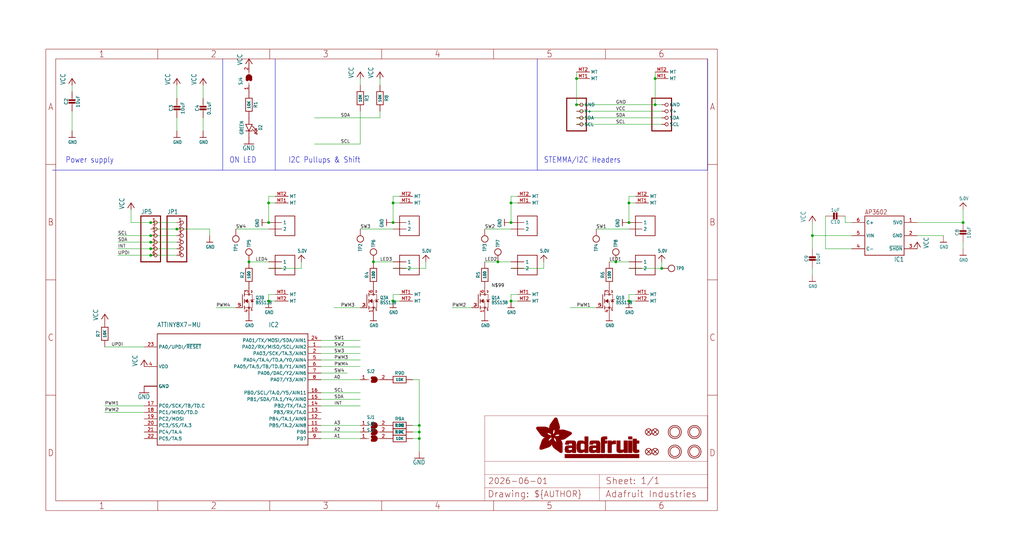
<source format=kicad_sch>
(kicad_sch (version 20230121) (generator eeschema)
  (paper "User" 397.027 217.322)
  (lib_symbols
    (symbol "working-eagle-import:5.0V" (power)
      (property "Value" "5.0V" (at -1.524 1.016 0))
      (symbol "5.0V_1_0"
        (pin power_in line (at 0 -2.54 90) (length 2.54) (name "5.0V") (number "1"))
      )
    )
    (symbol "working-eagle-import:AP3602"
      (property "Reference" "IC" (at -7.62 -10.16 0))
      (symbol "AP3602_1_0"
        (text "AP3602" (at 7.62 10.16 0) (effects (font (size 1.778 1.5113)) (justify right top)))
        (pin power_in line (at -12.7 5.08 0) (length 5.08) (name "5VO") (number "1"))
        (pin power_in line (at -12.7 0 0) (length 5.08) (name "GND") (number "2"))
        (pin input line (at -12.7 -5.08 0) (length 5.08) (name "~{SHDN}") (number "3"))
        (pin bidirectional line (at 12.7 -5.08 180) (length 5.08) (name "C-") (number "4"))
        (pin power_in line (at 12.7 0 180) (length 5.08) (name "VIN") (number "5"))
        (pin bidirectional line (at 12.7 5.08 180) (length 5.08) (name "C+") (number "6"))
      )
    )
    (symbol "working-eagle-import:ATTINY8X7-MU"
      (property "Reference" "IC" (at 12.7 25.4 0))
      (symbol "ATTINY8X7-MU_1_0"
        (pin bidirectional line (at 33.02 17.78 180) (length 5.08) (name "PA02/RX/MISO/SCL/AIN2") (number "1"))
        (pin bidirectional line (at 33.02 -15.24 180) (length 5.08) (name "PB6") (number "10"))
        (pin bidirectional line (at 33.02 -12.7 180) (length 5.08) (name "PB5/TA.2/AIN8") (number "11"))
        (pin bidirectional line (at 33.02 -10.16 180) (length 5.08) (name "PB4/TA.1/AIN9") (number "12"))
        (pin bidirectional line (at 33.02 -7.62 180) (length 5.08) (name "PB3/RX/TA.0") (number "13"))
        (pin bidirectional line (at 33.02 -5.08 180) (length 5.08) (name "PB2/TX/TA.2") (number "14"))
        (pin bidirectional line (at 33.02 -2.54 180) (length 5.08) (name "PB1/SDA/TA.1/Y4/AIN0") (number "15"))
        (pin bidirectional line (at 33.02 0 180) (length 5.08) (name "PB0/SCL/TA.0/Y5/AIN11") (number "16"))
        (pin bidirectional line (at -35.56 -5.08 0) (length 5.08) (name "PC0/SCK/TB/TD.C") (number "17"))
        (pin bidirectional line (at -35.56 -7.62 0) (length 5.08) (name "PC1/MISO/TD.D") (number "18"))
        (pin bidirectional line (at -35.56 -10.16 0) (length 5.08) (name "PC2/MOSI") (number "19"))
        (pin bidirectional line (at 33.02 15.24 180) (length 5.08) (name "PA03/SCK/TA.3/AIN3") (number "2"))
        (pin bidirectional line (at -35.56 -12.7 0) (length 5.08) (name "PC3/SS/TA.3") (number "20"))
        (pin bidirectional line (at -35.56 -15.24 0) (length 5.08) (name "PC4/TA.4") (number "21"))
        (pin bidirectional line (at -35.56 -17.78 0) (length 5.08) (name "PC5/TA.5") (number "22"))
        (pin bidirectional line (at -35.56 17.78 0) (length 5.08) (name "PA0/UPDI/~{RESET}") (number "23"))
        (pin bidirectional line (at 33.02 20.32 180) (length 5.08) (name "PA01/TX/MOSI/SDA/AIN1") (number "24"))
        (pin power_in line (at -35.56 2.54 0) (length 5.08) (name "GND") (number "3"))
        (pin power_in line (at -35.56 10.16 0) (length 5.08) (name "VDD") (number "4"))
        (pin bidirectional line (at 33.02 12.7 180) (length 5.08) (name "PA04/TA.4/TD.A/Y0/AIN4") (number "5"))
        (pin bidirectional line (at 33.02 10.16 180) (length 5.08) (name "PA05/TA.5/TB/TD.B/Y1/AIN5") (number "6"))
        (pin bidirectional line (at 33.02 7.62 180) (length 5.08) (name "PA06/DAC/Y2/AIN6") (number "7"))
        (pin bidirectional line (at 33.02 5.08 180) (length 5.08) (name "PA07/Y3/AIN7") (number "8"))
        (pin bidirectional line (at 33.02 -17.78 180) (length 5.08) (name "PB7") (number "9"))
        (pin power_in line (at -35.56 2.54 0) (length 5.08) (name "GND") (number "THERM"))
      )
    )
    (symbol "working-eagle-import:CAP_CERAMIC0603_NO"
      (property "Reference" "C" (at -2.29 1.25 90))
      (symbol "CAP_CERAMIC0603_NO_1_0"
        (pin passive line (at 0 5.08 270) (length 2.54) (name "1") (number "1"))
        (pin passive line (at 0 -2.54 90) (length 2.54) (name "2") (number "2"))
      )
    )
    (symbol "working-eagle-import:CAP_CERAMIC0805-NOOUTLINE"
      (property "Reference" "C" (at -2.29 1.25 90))
      (symbol "CAP_CERAMIC0805-NOOUTLINE_1_0"
        (pin passive line (at 0 5.08 270) (length 2.54) (name "1") (number "1"))
        (pin passive line (at 0 -2.54 90) (length 2.54) (name "2") (number "2"))
      )
    )
    (symbol "working-eagle-import:CON_JST_XH_2PIN-VERT"
      (symbol "CON_JST_XH_2PIN-VERT_1_0"
        (pin passive line (at -5.08 2.54 0) (length 5.08) (name "1") (number "1"))
        (pin passive line (at -5.08 0 0) (length 5.08) (name "2") (number "2"))
      )
      (symbol "CON_JST_XH_2PIN-VERT_2_0"
        (pin bidirectional line (at 0 0 0) (length 5.08) (name "MT") (number "MT1"))
      )
      (symbol "CON_JST_XH_2PIN-VERT_3_0"
        (pin bidirectional line (at 0 0 0) (length 5.08) (name "MT") (number "MT2"))
      )
    )
    (symbol "working-eagle-import:FIDUCIAL_1MM")
    (symbol "working-eagle-import:FRAME_A4_ADAFRUIT"
      (symbol "FRAME_A4_ADAFRUIT_1_0"
        (text "${#}/${##}" (at 230.505 10.16 0) (effects (font (size 2.54 2.54)) (justify left bottom)))
        (text "${AUTHOR}" (at 189.23 5.08 0) (effects (font (size 2.286 2.286)) (justify left bottom)))
        (text "${CURRENT_DATE}" (at 171.45 10.16 0) (effects (font (size 2.286 2.286)) (justify left bottom)))
        (text "${PROJECTNAME}" (at 171.45 15.24 0) (effects (font (size 2.54 2.54)) (justify left bottom)))
        (text "1" (at 21.6958 1.905 0) (effects (font (size 2.54 2.286))))
        (text "1" (at 21.6958 177.165 0) (effects (font (size 2.54 2.286))))
        (text "2" (at 65.0875 1.905 0) (effects (font (size 2.54 2.286))))
        (text "2" (at 65.0875 177.165 0) (effects (font (size 2.54 2.286))))
        (text "3" (at 108.4792 1.905 0) (effects (font (size 2.54 2.286))))
        (text "3" (at 108.4792 177.165 0) (effects (font (size 2.54 2.286))))
        (text "4" (at 151.8708 1.905 0) (effects (font (size 2.54 2.286))))
        (text "4" (at 151.8708 177.165 0) (effects (font (size 2.54 2.286))))
        (text "5" (at 195.2625 1.905 0) (effects (font (size 2.54 2.286))))
        (text "5" (at 195.2625 177.165 0) (effects (font (size 2.54 2.286))))
        (text "6" (at 238.6542 1.905 0) (effects (font (size 2.54 2.286))))
        (text "6" (at 238.6542 177.165 0) (effects (font (size 2.54 2.286))))
        (text "A" (at 1.905 156.6863 0) (effects (font (size 2.54 2.286))))
        (text "A" (at 258.445 156.6863 0) (effects (font (size 2.54 2.286))))
        (text "Adafruit Industries" (at 216.916 4.953 0) (effects (font (size 2.54 2.54)) (justify left bottom)))
        (text "B" (at 1.905 111.9188 0) (effects (font (size 2.54 2.286))))
        (text "B" (at 258.445 111.9188 0) (effects (font (size 2.54 2.286))))
        (text "C" (at 1.905 67.1513 0) (effects (font (size 2.54 2.286))))
        (text "C" (at 258.445 67.1513 0) (effects (font (size 2.54 2.286))))
        (text "D" (at 1.905 22.3838 0) (effects (font (size 2.54 2.286))))
        (text "D" (at 258.445 22.3838 0) (effects (font (size 2.54 2.286))))
        (text "Drawing:" (at 171.196 4.953 0) (effects (font (size 2.54 2.54)) (justify left bottom)))
        (text "Sheet:" (at 216.916 10.033 0) (effects (font (size 2.54 2.54)) (justify left bottom)))
      )
    )
    (symbol "working-eagle-import:GND" (power)
      (property "Value" "GND" (at -1.524 -2.54 0))
      (symbol "GND_1_0"
        (pin power_in line (at 0 2.54 270) (length 2.54) (name "GND") (number "1"))
      )
    )
    (symbol "working-eagle-import:HEADER-1X670MIL"
      (property "Reference" "JP" (at -6.35 10.795 0))
      (symbol "HEADER-1X670MIL_1_0"
        (pin passive inverted (at -2.54 7.62 0) (length 2.54) (name "1") (number "1"))
        (pin passive inverted (at -2.54 5.08 0) (length 2.54) (name "2") (number "2"))
        (pin passive inverted (at -2.54 2.54 0) (length 2.54) (name "3") (number "3"))
        (pin passive inverted (at -2.54 0 0) (length 2.54) (name "4") (number "4"))
        (pin passive inverted (at -2.54 -2.54 0) (length 2.54) (name "5") (number "5"))
        (pin passive inverted (at -2.54 -5.08 0) (length 2.54) (name "6") (number "6"))
      )
    )
    (symbol "working-eagle-import:LED0603_NOOUTLINE"
      (property "Reference" "D" (at -1.27 4.445 0))
      (symbol "LED0603_NOOUTLINE_1_0"
        (pin passive line (at -5.08 0 0) (length 2.54) (name "A") (number "A"))
        (pin passive line (at 2.54 0 180) (length 2.54) (name "C") (number "C"))
      )
    )
    (symbol "working-eagle-import:MOSFET-N_DUAL"
      (property "Reference" "Q" (at 5.08 0.635 0))
      (symbol "MOSFET-N_DUAL_1_0"
        (text "D" (at 3.175 3.175 0) (effects (font (size 0.8128 0.6908)) (justify left bottom)))
        (text "G" (at -1.27 -1.905 0) (effects (font (size 0.8128 0.6908)) (justify left bottom)))
        (text "S" (at 3.175 -3.81 0) (effects (font (size 0.8128 0.6908)) (justify left bottom)))
        (pin bidirectional line (at 2.54 -5.08 90) (length 2.54) (name "S") (number "1"))
        (pin bidirectional line (at -2.54 -2.54 0) (length 2.54) (name "G") (number "2"))
        (pin bidirectional line (at 2.54 5.08 270) (length 2.54) (name "D") (number "6"))
      )
      (symbol "MOSFET-N_DUAL_2_0"
        (text "D" (at 3.175 3.175 0) (effects (font (size 0.8128 0.6908)) (justify left bottom)))
        (text "G" (at -1.27 -1.905 0) (effects (font (size 0.8128 0.6908)) (justify left bottom)))
        (text "S" (at 3.175 -3.81 0) (effects (font (size 0.8128 0.6908)) (justify left bottom)))
        (pin bidirectional line (at 2.54 5.08 270) (length 2.54) (name "D") (number "3"))
        (pin bidirectional line (at 2.54 -5.08 90) (length 2.54) (name "S") (number "4"))
        (pin bidirectional line (at -2.54 -2.54 0) (length 2.54) (name "G") (number "5"))
      )
    )
    (symbol "working-eagle-import:MOUNTINGHOLE2.5")
    (symbol "working-eagle-import:RESISTOR_0603_NOOUT"
      (property "Reference" "R" (at 0 2.54 0))
      (symbol "RESISTOR_0603_NOOUT_1_0"
        (pin passive line (at -5.08 0 0) (length 2.54) (name "1") (number "1"))
        (pin passive line (at 5.08 0 180) (length 2.54) (name "2") (number "2"))
      )
    )
    (symbol "working-eagle-import:RESISTOR_4PACK"
      (property "Reference" "R" (at 0 2.54 0))
      (symbol "RESISTOR_4PACK_1_0"
        (pin passive line (at -5.08 0 0) (length 2.54) (name "1") (number "1"))
        (pin passive line (at 5.08 0 180) (length 2.54) (name "2") (number "8"))
      )
      (symbol "RESISTOR_4PACK_2_0"
        (pin passive line (at -5.08 0 0) (length 2.54) (name "1") (number "2"))
        (pin passive line (at 5.08 0 180) (length 2.54) (name "2") (number "7"))
      )
      (symbol "RESISTOR_4PACK_3_0"
        (pin passive line (at -5.08 0 0) (length 2.54) (name "1") (number "3"))
        (pin passive line (at 5.08 0 180) (length 2.54) (name "2") (number "6"))
      )
      (symbol "RESISTOR_4PACK_4_0"
        (pin passive line (at -5.08 0 0) (length 2.54) (name "1") (number "4"))
        (pin passive line (at 5.08 0 180) (length 2.54) (name "2") (number "5"))
      )
    )
    (symbol "working-eagle-import:SOLDERJUMPERCLOSED"
      (property "Reference" "SJ" (at -2.54 2.54 0))
      (symbol "SOLDERJUMPERCLOSED_1_0"
        (pin passive line (at -5.08 0 0) (length 2.54) (name "1") (number "1"))
        (pin passive line (at 5.08 0 180) (length 2.54) (name "2") (number "2"))
      )
    )
    (symbol "working-eagle-import:STEMMA_I2C_QT"
      (symbol "STEMMA_I2C_QT_1_0"
        (pin passive inverted (at 0 5.08 0) (length 2.54) (name "GND") (number "1"))
        (pin passive inverted (at 0 2.54 0) (length 2.54) (name "V+") (number "2"))
        (pin passive inverted (at 0 0 0) (length 2.54) (name "SDA") (number "3"))
        (pin passive inverted (at 0 -2.54 0) (length 2.54) (name "SCL") (number "4"))
      )
      (symbol "STEMMA_I2C_QT_2_0"
        (pin bidirectional line (at 0 0 0) (length 5.08) (name "MT") (number "MT1"))
      )
      (symbol "STEMMA_I2C_QT_3_0"
        (pin bidirectional line (at 0 0 0) (length 5.08) (name "MT") (number "MT2"))
      )
    )
    (symbol "working-eagle-import:TESTPOINTROUND1.5MM"
      (property "Reference" "TP" (at 0 5.588 90))
      (symbol "TESTPOINTROUND1.5MM_1_0"
        (pin bidirectional line (at 0 0 90) (length 2.54) (name "P$1") (number "P$1"))
      )
    )
    (symbol "working-eagle-import:VCC" (power)
      (property "Value" "VCC" (at -2.54 -2.54 90))
      (symbol "VCC_1_0"
        (pin power_in line (at 0 -2.54 90) (length 2.54) (name "VCC") (number "1"))
      )
    )
    (symbol "working-eagle-import:supply1_GND" (power)
      (property "Value" "supply1_GND" (at -2.54 -2.54 0))
      (symbol "supply1_GND_1_0"
        (pin power_in line (at 0 2.54 270) (length 2.54) (name "GND") (number "1"))
      )
    )
  )
  (junction (at 243.84 86.36))
  (junction (at 223.52 40.64))
  (junction (at 162.56 167.64))
  (junction (at 104.14 116.84))
  (junction (at 58.42 93.98))
  (junction (at 144.78 101.6))
  (junction (at 254 40.64))
  (junction (at 104.14 86.36))
  (junction (at 104.14 78.74))
  (junction (at 198.12 86.36))
  (junction (at 254 30.48))
  (junction (at 96.52 101.6))
  (junction (at 256.54 104.14))
  (junction (at 243.84 116.84))
  (junction (at 373.38 86.36))
  (junction (at 243.84 78.74))
  (junction (at 152.4 116.84))
  (junction (at 58.42 96.52))
  (junction (at 162.56 170.18))
  (junction (at 238.76 101.6))
  (junction (at 223.52 30.48))
  (junction (at 152.4 78.74))
  (junction (at 162.56 165.1))
  (junction (at 58.42 91.44))
  (junction (at 193.04 101.6))
  (junction (at 68.58 88.9))
  (junction (at 198.12 78.74))
  (junction (at 58.42 99.06))
  (junction (at 58.42 86.36))
  (junction (at 198.12 116.84))
  (junction (at 314.96 91.44))
  (junction (at 152.4 86.36))
  (polyline (pts (xy 20.32 66.04) (xy 86.36 66.04)) (stroke (width 0.1524) (type solid)))
  (wire (pts (xy 198.12 76.2) (xy 198.12 78.74)) (stroke (width 0.1524)))
  (wire (pts (xy 139.7 119.38) (xy 129.54 119.38)) (stroke (width 0.1524)))
  (wire (pts (xy 198.12 78.74) (xy 200.66 78.74)) (stroke (width 0.1524)))
  (wire (pts (xy 160.02 147.32) (xy 162.56 147.32)) (stroke (width 0.1524)))
  (wire (pts (xy 200.66 114.3) (xy 198.12 114.3)) (stroke (width 0.1524)))
  (wire (pts (xy 243.84 78.74) (xy 246.38 78.74)) (stroke (width 0.1524)))
  (wire (pts (xy 124.46 137.16) (xy 139.7 137.16)) (stroke (width 0.1524)))
  (wire (pts (xy 198.12 104.14) (xy 210.82 104.14)) (stroke (width 0.1524)))
  (wire (pts (xy 162.56 170.18) (xy 162.56 175.26)) (stroke (width 0.1524)))
  (wire (pts (xy 139.7 30.48) (xy 139.7 33.02)) (stroke (width 0.1524)))
  (wire (pts (xy 68.58 96.52) (xy 58.42 96.52)) (stroke (width 0.1524)))
  (wire (pts (xy 104.14 104.14) (xy 116.84 104.14)) (stroke (width 0.1524)))
  (wire (pts (xy 139.7 142.24) (xy 124.46 142.24)) (stroke (width 0.1524)))
  (wire (pts (xy 147.32 43.18) (xy 147.32 45.72)) (stroke (width 0.1524)))
  (wire (pts (xy 246.38 76.2) (xy 243.84 76.2)) (stroke (width 0.1524)))
  (wire (pts (xy 104.14 116.84) (xy 104.14 114.3)) (stroke (width 0.1524)))
  (wire (pts (xy 152.4 116.84) (xy 152.4 114.3)) (stroke (width 0.1524)))
  (wire (pts (xy 152.4 101.6) (xy 144.78 101.6)) (stroke (width 0.1524)))
  (wire (pts (xy 124.46 167.64) (xy 139.7 167.64)) (stroke (width 0.1524)))
  (wire (pts (xy 152.4 78.74) (xy 154.94 78.74)) (stroke (width 0.1524)))
  (polyline (pts (xy 106.68 66.04) (xy 208.28 66.04)) (stroke (width 0.1524) (type solid)))
  (wire (pts (xy 68.58 88.9) (xy 81.28 88.9)) (stroke (width 0.1524)))
  (wire (pts (xy 139.7 170.18) (xy 124.46 170.18)) (stroke (width 0.1524)))
  (wire (pts (xy 27.94 33.02) (xy 27.94 35.56)) (stroke (width 0.1524)))
  (wire (pts (xy 68.58 99.06) (xy 58.42 99.06)) (stroke (width 0.1524)))
  (wire (pts (xy 139.7 43.18) (xy 139.7 55.88)) (stroke (width 0.1524)))
  (wire (pts (xy 78.74 33.02) (xy 78.74 38.1)) (stroke (width 0.1524)))
  (wire (pts (xy 223.52 48.26) (xy 256.54 48.26)) (stroke (width 0.1524)))
  (wire (pts (xy 373.38 86.36) (xy 373.38 81.28)) (stroke (width 0.1524)))
  (wire (pts (xy 314.96 91.44) (xy 314.96 96.52)) (stroke (width 0.1524)))
  (wire (pts (xy 327.66 86.36) (xy 327.66 83.82)) (stroke (width 0.1524)))
  (wire (pts (xy 320.04 96.52) (xy 320.04 83.82)) (stroke (width 0.1524)))
  (wire (pts (xy 238.76 101.6) (xy 236.22 101.6)) (stroke (width 0.1524)))
  (wire (pts (xy 55.88 157.48) (xy 40.64 157.48)) (stroke (width 0.1524)))
  (wire (pts (xy 198.12 116.84) (xy 198.12 114.3)) (stroke (width 0.1524)))
  (wire (pts (xy 198.12 86.36) (xy 198.12 78.74)) (stroke (width 0.1524)))
  (wire (pts (xy 200.66 116.84) (xy 198.12 116.84)) (stroke (width 0.1524)))
  (wire (pts (xy 223.52 27.94) (xy 223.52 30.48)) (stroke (width 0.1524)))
  (polyline (pts (xy 274.32 22.86) (xy 274.32 66.04)) (stroke (width 0.1524) (type solid)))
  (wire (pts (xy 314.96 91.44) (xy 314.96 86.36)) (stroke (width 0.1524)))
  (wire (pts (xy 147.32 33.02) (xy 147.32 30.48)) (stroke (width 0.1524)))
  (wire (pts (xy 193.04 101.6) (xy 187.96 101.6)) (stroke (width 0.1524)))
  (wire (pts (xy 330.2 91.44) (xy 314.96 91.44)) (stroke (width 0.1524)))
  (wire (pts (xy 58.42 86.36) (xy 50.8 86.36)) (stroke (width 0.1524)))
  (wire (pts (xy 58.42 96.52) (xy 45.72 96.52)) (stroke (width 0.1524)))
  (wire (pts (xy 91.44 119.38) (xy 83.82 119.38)) (stroke (width 0.1524)))
  (wire (pts (xy 152.4 76.2) (xy 152.4 78.74)) (stroke (width 0.1524)))
  (wire (pts (xy 124.46 154.94) (xy 139.7 154.94)) (stroke (width 0.1524)))
  (wire (pts (xy 154.94 116.84) (xy 152.4 116.84)) (stroke (width 0.1524)))
  (wire (pts (xy 116.84 104.14) (xy 116.84 101.6)) (stroke (width 0.1524)))
  (wire (pts (xy 200.66 76.2) (xy 198.12 76.2)) (stroke (width 0.1524)))
  (wire (pts (xy 68.58 91.44) (xy 58.42 91.44)) (stroke (width 0.1524)))
  (wire (pts (xy 104.14 101.6) (xy 96.52 101.6)) (stroke (width 0.1524)))
  (wire (pts (xy 373.38 93.98) (xy 373.38 96.52)) (stroke (width 0.1524)))
  (polyline (pts (xy 86.36 66.04) (xy 106.68 66.04)) (stroke (width 0.1524) (type solid)))
  (wire (pts (xy 152.4 86.36) (xy 152.4 78.74)) (stroke (width 0.1524)))
  (wire (pts (xy 162.56 147.32) (xy 162.56 165.1)) (stroke (width 0.1524)))
  (wire (pts (xy 165.1 104.14) (xy 165.1 101.6)) (stroke (width 0.1524)))
  (wire (pts (xy 243.84 88.9) (xy 231.14 88.9)) (stroke (width 0.1524)))
  (wire (pts (xy 243.84 76.2) (xy 243.84 78.74)) (stroke (width 0.1524)))
  (wire (pts (xy 58.42 99.06) (xy 45.72 99.06)) (stroke (width 0.1524)))
  (wire (pts (xy 254 27.94) (xy 254 30.48)) (stroke (width 0.1524)))
  (wire (pts (xy 124.46 139.7) (xy 139.7 139.7)) (stroke (width 0.1524)))
  (wire (pts (xy 256.54 45.72) (xy 223.52 45.72)) (stroke (width 0.1524)))
  (wire (pts (xy 162.56 170.18) (xy 160.02 170.18)) (stroke (width 0.1524)))
  (wire (pts (xy 330.2 86.36) (xy 327.66 86.36)) (stroke (width 0.1524)))
  (wire (pts (xy 106.68 114.3) (xy 104.14 114.3)) (stroke (width 0.1524)))
  (wire (pts (xy 147.32 45.72) (xy 121.92 45.72)) (stroke (width 0.1524)))
  (wire (pts (xy 139.7 165.1) (xy 124.46 165.1)) (stroke (width 0.1524)))
  (wire (pts (xy 246.38 116.84) (xy 243.84 116.84)) (stroke (width 0.1524)))
  (wire (pts (xy 210.82 104.14) (xy 210.82 101.6)) (stroke (width 0.1524)))
  (wire (pts (xy 124.46 147.32) (xy 139.7 147.32)) (stroke (width 0.1524)))
  (wire (pts (xy 243.84 104.14) (xy 256.54 104.14)) (stroke (width 0.1524)))
  (wire (pts (xy 68.58 45.72) (xy 68.58 50.8)) (stroke (width 0.1524)))
  (wire (pts (xy 50.8 86.36) (xy 50.8 81.28)) (stroke (width 0.1524)))
  (wire (pts (xy 55.88 160.02) (xy 40.64 160.02)) (stroke (width 0.1524)))
  (wire (pts (xy 104.14 76.2) (xy 104.14 78.74)) (stroke (width 0.1524)))
  (wire (pts (xy 139.7 152.4) (xy 124.46 152.4)) (stroke (width 0.1524)))
  (wire (pts (xy 139.7 134.62) (xy 124.46 134.62)) (stroke (width 0.1524)))
  (wire (pts (xy 243.84 86.36) (xy 243.84 78.74)) (stroke (width 0.1524)))
  (wire (pts (xy 365.76 91.44) (xy 355.6 91.44)) (stroke (width 0.1524)))
  (wire (pts (xy 154.94 76.2) (xy 152.4 76.2)) (stroke (width 0.1524)))
  (wire (pts (xy 162.56 165.1) (xy 162.56 167.64)) (stroke (width 0.1524)))
  (wire (pts (xy 124.46 132.08) (xy 139.7 132.08)) (stroke (width 0.1524)))
  (wire (pts (xy 254 40.64) (xy 223.52 40.64)) (stroke (width 0.1524)))
  (wire (pts (xy 139.7 55.88) (xy 121.92 55.88)) (stroke (width 0.1524)))
  (wire (pts (xy 243.84 116.84) (xy 243.84 114.3)) (stroke (width 0.1524)))
  (wire (pts (xy 81.28 88.9) (xy 81.28 91.44)) (stroke (width 0.1524)))
  (wire (pts (xy 160.02 167.64) (xy 162.56 167.64)) (stroke (width 0.1524)))
  (wire (pts (xy 256.54 104.14) (xy 256.54 101.6)) (stroke (width 0.1524)))
  (wire (pts (xy 162.56 167.64) (xy 162.56 170.18)) (stroke (width 0.1524)))
  (wire (pts (xy 330.2 96.52) (xy 320.04 96.52)) (stroke (width 0.1524)))
  (wire (pts (xy 106.68 76.2) (xy 104.14 76.2)) (stroke (width 0.1524)))
  (wire (pts (xy 68.58 86.36) (xy 58.42 86.36)) (stroke (width 0.1524)))
  (wire (pts (xy 58.42 93.98) (xy 45.72 93.98)) (stroke (width 0.1524)))
  (wire (pts (xy 223.52 43.18) (xy 256.54 43.18)) (stroke (width 0.1524)))
  (wire (pts (xy 154.94 114.3) (xy 152.4 114.3)) (stroke (width 0.1524)))
  (wire (pts (xy 182.88 119.38) (xy 175.26 119.38)) (stroke (width 0.1524)))
  (wire (pts (xy 124.46 144.78) (xy 134.62 144.78)) (stroke (width 0.1524)))
  (wire (pts (xy 355.6 86.36) (xy 373.38 86.36)) (stroke (width 0.1524)))
  (wire (pts (xy 104.14 86.36) (xy 104.14 78.74)) (stroke (width 0.1524)))
  (wire (pts (xy 106.68 116.84) (xy 104.14 116.84)) (stroke (width 0.1524)))
  (polyline (pts (xy 86.36 22.86) (xy 86.36 66.04)) (stroke (width 0.1524) (type solid)))
  (wire (pts (xy 246.38 114.3) (xy 243.84 114.3)) (stroke (width 0.1524)))
  (wire (pts (xy 68.58 88.9) (xy 58.42 88.9)) (stroke (width 0.1524)))
  (wire (pts (xy 152.4 88.9) (xy 139.7 88.9)) (stroke (width 0.1524)))
  (polyline (pts (xy 106.68 22.86) (xy 106.68 66.04)) (stroke (width 0.1524) (type solid)))
  (wire (pts (xy 55.88 134.62) (xy 40.64 134.62)) (stroke (width 0.1524)))
  (wire (pts (xy 58.42 91.44) (xy 45.72 91.44)) (stroke (width 0.1524)))
  (wire (pts (xy 68.58 93.98) (xy 58.42 93.98)) (stroke (width 0.1524)))
  (wire (pts (xy 124.46 157.48) (xy 139.7 157.48)) (stroke (width 0.1524)))
  (wire (pts (xy 254 30.48) (xy 254 40.64)) (stroke (width 0.1524)))
  (polyline (pts (xy 208.28 22.86) (xy 208.28 66.04)) (stroke (width 0.1524) (type solid)))
  (wire (pts (xy 256.54 40.64) (xy 254 40.64)) (stroke (width 0.1524)))
  (polyline (pts (xy 208.28 66.04) (xy 274.32 66.04)) (stroke (width 0.1524) (type solid)))
  (wire (pts (xy 27.94 50.8) (xy 27.94 43.18)) (stroke (width 0.1524)))
  (wire (pts (xy 162.56 165.1) (xy 160.02 165.1)) (stroke (width 0.1524)))
  (wire (pts (xy 223.52 30.48) (xy 223.52 40.64)) (stroke (width 0.1524)))
  (wire (pts (xy 243.84 101.6) (xy 238.76 101.6)) (stroke (width 0.1524)))
  (wire (pts (xy 78.74 45.72) (xy 78.74 50.8)) (stroke (width 0.1524)))
  (wire (pts (xy 152.4 104.14) (xy 165.1 104.14)) (stroke (width 0.1524)))
  (wire (pts (xy 104.14 88.9) (xy 91.44 88.9)) (stroke (width 0.1524)))
  (wire (pts (xy 198.12 88.9) (xy 187.96 88.9)) (stroke (width 0.1524)))
  (wire (pts (xy 68.58 33.02) (xy 68.58 38.1)) (stroke (width 0.1524)))
  (wire (pts (xy 198.12 101.6) (xy 193.04 101.6)) (stroke (width 0.1524)))
  (wire (pts (xy 314.96 104.14) (xy 314.96 106.68)) (stroke (width 0.1524)))
  (wire (pts (xy 104.14 78.74) (xy 106.68 78.74)) (stroke (width 0.1524)))
  (wire (pts (xy 231.14 119.38) (xy 220.98 119.38)) (stroke (width 0.1524)))
  (text "ON LED" (at 88.9 63.5 0) (effects (font (size 2.1844 1.8567)) (justify left bottom)))
  (text "I2C Pullups & Shift" (at 111.76 63.5 0) (effects (font (size 2.1844 1.8567)) (justify left bottom)))
  (text "Power supply" (at 25.4 63.5 0) (effects (font (size 2.1844 1.8567)) (justify left bottom)))
  (text "STEMMA/I2C Headers" (at 210.82 63.5 0) (effects (font (size 2.1844 1.8567)) (justify left bottom)))
  (label "A0" (at 129.54 147.32 0) (effects (font (size 1.2446 1.2446))))
  (label "SDA" (at 45.72 93.98 0) (effects (font (size 1.2446 1.2446))))
  (label "PWM3" (at 129.54 139.7 0) (effects (font (size 1.2446 1.2446))))
  (label "SCL" (at 129.54 152.4 0) (effects (font (size 1.2446 1.2446))))
  (label "SW1" (at 129.54 132.08 0) (effects (font (size 1.2446 1.2446))))
  (label "SDA" (at 132.08 45.72 0) (effects (font (size 1.2446 1.2446))))
  (label "SW3" (at 129.54 137.16 0) (effects (font (size 1.2446 1.2446))))
  (label "LED4" (at 99.06 101.6 0) (effects (font (size 1.2446 1.2446))))
  (label "SW3" (at 139.7 88.9 0) (effects (font (size 1.2446 1.2446))))
  (label "SDA" (at 238.76 45.72 0) (effects (font (size 1.2446 1.2446))))
  (label "SCL" (at 238.76 48.26 0) (effects (font (size 1.2446 1.2446))))
  (label "A1" (at 129.54 170.18 0) (effects (font (size 1.2446 1.2446))))
  (label "SW4" (at 129.54 144.78 0) (effects (font (size 1.2446 1.2446))))
  (label "PWM3" (at 132.08 119.38 0) (effects (font (size 1.2446 1.2446))))
  (label "LED3" (at 147.32 101.6 0) (effects (font (size 1.2446 1.2446))))
  (label "A3" (at 129.54 165.1 0) (effects (font (size 1.2446 1.2446))))
  (label "N$99" (at 190.5 111.76 0) (effects (font (size 1.2446 1.2446))))
  (label "INT" (at 45.72 96.52 0) (effects (font (size 1.2446 1.2446))))
  (label "PWM4" (at 83.82 119.38 0) (effects (font (size 1.2446 1.2446))))
  (label "PWM1" (at 40.64 157.48 0) (effects (font (size 1.2446 1.2446))))
  (label "UPDI" (at 43.18 134.62 0) (effects (font (size 1.2446 1.2446))))
  (label "SCL" (at 45.72 91.44 0) (effects (font (size 1.2446 1.2446))))
  (label "PWM2" (at 40.64 160.02 0) (effects (font (size 1.2446 1.2446))))
  (label "PWM1" (at 223.52 119.38 0) (effects (font (size 1.2446 1.2446))))
  (label "VCC" (at 238.76 43.18 0) (effects (font (size 1.2446 1.2446))))
  (label "SW2" (at 129.54 134.62 0) (effects (font (size 1.2446 1.2446))))
  (label "PWM2" (at 175.26 119.38 0) (effects (font (size 1.2446 1.2446))))
  (label "INT" (at 129.54 157.48 0) (effects (font (size 1.2446 1.2446))))
  (label "GND" (at 238.76 40.64 0) (effects (font (size 1.2446 1.2446))))
  (label "SW1" (at 231.14 88.9 0) (effects (font (size 1.2446 1.2446))))
  (label "UPDI" (at 45.72 99.06 0) (effects (font (size 1.2446 1.2446))))
  (label "SW4" (at 91.44 88.9 0) (effects (font (size 1.2446 1.2446))))
  (label "SW2" (at 187.96 88.9 0) (effects (font (size 1.2446 1.2446))))
  (label "SCL" (at 132.08 55.88 0) (effects (font (size 1.2446 1.2446))))
  (label "A2" (at 129.54 167.64 0) (effects (font (size 1.2446 1.2446))))
  (label "SDA" (at 129.54 154.94 0) (effects (font (size 1.2446 1.2446))))
  (label "PWM4" (at 129.54 142.24 0) (effects (font (size 1.2446 1.2446))))
  (label "LED2" (at 187.96 101.6 0) (effects (font (size 1.2446 1.2446))))
  (label "LED1" (at 236.22 101.6 0) (effects (font (size 1.2446 1.2446))))
  (symbol (lib_id "working-eagle-import:MOSFET-N_DUAL") (at 93.98 116.84 0) (unit 2)
    (property "Reference" "Q3" (at 99.06 116.205 0) (effects (font (size 1.27 1.0795)) (justify left bottom)))
    (property "Value" "BSS138" (at 99.06 118.11 0) (effects (font (size 1.27 1.0795)) (justify left bottom)))
    (property "Footprint" "working:SOT363" (effects hide))
  )
  (symbol (lib_id "working-eagle-import:CON_JST_XH_2PIN-VERT") (at 200.66 78.74 0) (unit 2)
    (property "Reference" "X5" (effects hide))
    (property "Value" "CON_JST_XH_2PIN-VERT" (effects hide))
    (property "Footprint" "working:JST-XH-2-SV" (effects hide))
  )
  (symbol (lib_id "working-eagle-import:MOSFET-N_DUAL") (at 185.42 116.84 0) (unit 1)
    (property "Reference" "Q1" (at 190.5 116.205 0) (effects (font (size 1.27 1.0795)) (justify left bottom)))
    (property "Value" "BSS138" (at 190.5 118.11 0) (effects (font (size 1.27 1.0795)) (justify left bottom)))
    (property "Footprint" "working:SOT363" (effects hide))
  )
  (symbol (lib_id "working-eagle-import:GND") (at 152.4 119.38 0) (unit 1)
    (property "Reference" "#U$27" (effects hide))
    (property "Value" "GND" (at 150.876 121.92 0) (effects (font (size 1.27 1.0795)) (justify left bottom)))
  )
  (symbol (lib_id "working-eagle-import:FIDUCIAL_1MM") (at 254 167.64 0) (unit 1)
    (property "Reference" "FID2" (effects hide))
    (property "Value" "FIDUCIAL_1MM" (effects hide))
    (property "Footprint" "working:FIDUCIAL_1MM" (effects hide))
  )
  (symbol (lib_id "working-eagle-import:CON_JST_XH_2PIN-VERT") (at 106.68 76.2 0) (unit 3)
    (property "Reference" "X1" (effects hide))
    (property "Value" "CON_JST_XH_2PIN-VERT" (effects hide))
    (property "Footprint" "working:JST-XH-2-SV" (effects hide))
  )
  (symbol (lib_id "working-eagle-import:CON_JST_XH_2PIN-VERT") (at 248.92 104.14 0) (unit 1)
    (property "Reference" "X8" (effects hide))
    (property "Value" "CON_JST_XH_2PIN-VERT" (effects hide))
    (property "Footprint" "working:JST-XH-2-SV" (effects hide))
  )
  (symbol (lib_id "working-eagle-import:AP3602") (at 342.9 91.44 0) (mirror y) (unit 1)
    (property "Reference" "IC1" (at 350.52 101.6 0) (effects (font (size 1.778 1.5113)) (justify left bottom)))
    (property "Value" "AP3602" (effects hide))
    (property "Footprint" "working:SOT23-6" (effects hide))
  )
  (symbol (lib_id "working-eagle-import:RESISTOR_4PACK") (at 154.94 167.64 0) (unit 2)
    (property "Reference" "R9" (at 154.94 165.1 0))
    (property "Value" "10K" (at 154.94 167.64 0) (effects (font (size 1.016 1.016) bold)))
    (property "Footprint" "working:RESPACK_4X0603" (effects hide))
  )
  (symbol (lib_id "working-eagle-import:5.0V") (at 210.82 99.06 0) (unit 1)
    (property "Reference" "#U$39" (effects hide))
    (property "Value" "5.0V" (at 209.296 98.044 0) (effects (font (size 1.27 1.0795)) (justify left bottom)))
  )
  (symbol (lib_id "working-eagle-import:TESTPOINTROUND1.5MM") (at 231.14 88.9 180) (unit 1)
    (property "Reference" "TP4" (at 231.14 94.488 90) (effects (font (size 1.27 1.0795)) (justify left)))
    (property "Value" "TESTPOINTROUND1.5MM" (effects hide))
    (property "Footprint" "working:TESTPOINT_ROUND_1.5MM" (effects hide))
  )
  (symbol (lib_id "working-eagle-import:SOLDERJUMPERCLOSED") (at 144.78 165.1 0) (unit 1)
    (property "Reference" "SJ1" (at 142.24 162.56 0) (effects (font (size 1.27 1.0795)) (justify left bottom)))
    (property "Value" "SOLDERJUMPERCLOSED" (effects hide))
    (property "Footprint" "working:SOLDERJUMPER_CLOSEDWIRE" (effects hide))
  )
  (symbol (lib_id "working-eagle-import:RESISTOR_0603_NOOUT") (at 96.52 40.64 270) (unit 1)
    (property "Reference" "R1" (at 99.06 40.64 0))
    (property "Value" "10K" (at 96.52 40.64 0) (effects (font (size 1.016 1.016) bold)))
    (property "Footprint" "working:0603-NO" (effects hide))
  )
  (symbol (lib_id "working-eagle-import:CON_JST_XH_2PIN-VERT") (at 203.2 104.14 0) (unit 1)
    (property "Reference" "X6" (effects hide))
    (property "Value" "CON_JST_XH_2PIN-VERT" (effects hide))
    (property "Footprint" "working:JST-XH-2-SV" (effects hide))
  )
  (symbol (lib_id "working-eagle-import:RESISTOR_0603_NOOUT") (at 96.52 106.68 90) (unit 1)
    (property "Reference" "R2" (at 93.98 106.68 0))
    (property "Value" "100" (at 96.52 106.68 0) (effects (font (size 1.016 1.016) bold)))
    (property "Footprint" "working:0603-NO" (effects hide))
  )
  (symbol (lib_id "working-eagle-import:FIDUCIAL_1MM") (at 254 175.26 0) (unit 1)
    (property "Reference" "FID1" (effects hide))
    (property "Value" "FIDUCIAL_1MM" (effects hide))
    (property "Footprint" "working:FIDUCIAL_1MM" (effects hide))
  )
  (symbol (lib_id "working-eagle-import:RESISTOR_4PACK") (at 154.94 170.18 0) (unit 3)
    (property "Reference" "R9" (at 154.94 167.64 0))
    (property "Value" "10K" (at 154.94 170.18 0) (effects (font (size 1.016 1.016) bold)))
    (property "Footprint" "working:RESPACK_4X0603" (effects hide))
  )
  (symbol (lib_id "working-eagle-import:MOUNTINGHOLE2.5") (at 261.62 175.26 0) (unit 1)
    (property "Reference" "U$3" (effects hide))
    (property "Value" "MOUNTINGHOLE2.5" (effects hide))
    (property "Footprint" "working:MOUNTINGHOLE_2.5_PLATED" (effects hide))
  )
  (symbol (lib_id "working-eagle-import:VCC") (at 355.6 93.98 0) (mirror y) (unit 1)
    (property "Reference" "#P+6" (effects hide))
    (property "Value" "VCC" (at 358.14 96.52 90) (effects (font (size 1.778 1.5113)) (justify left bottom)))
  )
  (symbol (lib_id "working-eagle-import:TESTPOINTROUND1.5MM") (at 144.78 101.6 0) (unit 1)
    (property "Reference" "TP6" (at 144.78 96.012 90) (effects (font (size 1.27 1.0795)) (justify left)))
    (property "Value" "TESTPOINTROUND1.5MM" (effects hide))
    (property "Footprint" "working:TESTPOINT_ROUND_1.5MM" (effects hide))
  )
  (symbol (lib_id "working-eagle-import:CON_JST_XH_2PIN-VERT") (at 157.48 104.14 0) (unit 1)
    (property "Reference" "X4" (effects hide))
    (property "Value" "CON_JST_XH_2PIN-VERT" (effects hide))
    (property "Footprint" "working:JST-XH-2-SV" (effects hide))
  )
  (symbol (lib_id "working-eagle-import:CAP_CERAMIC0805-NOOUTLINE") (at 325.12 83.82 90) (unit 1)
    (property "Reference" "C10" (at 323.87 86.11 90))
    (property "Value" "1uF" (at 323.87 81.52 90))
    (property "Footprint" "working:0805-NO" (effects hide))
  )
  (symbol (lib_id "working-eagle-import:VCC") (at 68.58 30.48 0) (unit 1)
    (property "Reference" "#P+7" (effects hide))
    (property "Value" "VCC" (at 66.04 33.02 90) (effects (font (size 1.778 1.5113)) (justify left bottom)))
  )
  (symbol (lib_id "working-eagle-import:TESTPOINTROUND1.5MM") (at 91.44 88.9 180) (unit 1)
    (property "Reference" "TP1" (at 91.44 94.488 90) (effects (font (size 1.27 1.0795)) (justify left)))
    (property "Value" "TESTPOINTROUND1.5MM" (effects hide))
    (property "Footprint" "working:TESTPOINT_ROUND_1.5MM" (effects hide))
  )
  (symbol (lib_id "working-eagle-import:HEADER-1X670MIL") (at 60.96 93.98 0) (unit 1)
    (property "Reference" "JP5" (at 54.61 83.185 0) (effects (font (size 1.778 1.5113)) (justify left bottom)))
    (property "Value" "HEADER-1X670MIL" (effects hide))
    (property "Footprint" "working:1X06_ROUND_70" (effects hide))
  )
  (symbol (lib_id "working-eagle-import:GND") (at 314.96 109.22 0) (unit 1)
    (property "Reference" "#U$34" (effects hide))
    (property "Value" "GND" (at 313.436 111.76 0) (effects (font (size 1.27 1.0795)) (justify left bottom)))
  )
  (symbol (lib_id "working-eagle-import:5.0V") (at 116.84 99.06 0) (unit 1)
    (property "Reference" "#U$35" (effects hide))
    (property "Value" "5.0V" (at 115.316 98.044 0) (effects (font (size 1.27 1.0795)) (justify left bottom)))
  )
  (symbol (lib_id "working-eagle-import:CON_JST_XH_2PIN-VERT") (at 157.48 88.9 0) (unit 1)
    (property "Reference" "X3" (effects hide))
    (property "Value" "CON_JST_XH_2PIN-VERT" (effects hide))
    (property "Footprint" "working:JST-XH-2-SV" (effects hide))
  )
  (symbol (lib_id "working-eagle-import:STEMMA_I2C_QT") (at 256.54 45.72 0) (unit 1)
    (property "Reference" "CONN4" (effects hide))
    (property "Value" "STEMMA_I2C_QT" (effects hide))
    (property "Footprint" "working:JST_SH4" (effects hide))
  )
  (symbol (lib_id "working-eagle-import:GND") (at 241.3 86.36 270) (unit 1)
    (property "Reference" "#U$32" (effects hide))
    (property "Value" "GND" (at 238.76 84.836 0) (effects (font (size 1.27 1.0795)) (justify left bottom)))
  )
  (symbol (lib_id "working-eagle-import:RESISTOR_4PACK") (at 154.94 147.32 0) (unit 4)
    (property "Reference" "R9" (at 154.94 144.78 0))
    (property "Value" "10K" (at 154.94 147.32 0) (effects (font (size 1.016 1.016) bold)))
    (property "Footprint" "working:RESPACK_4X0603" (effects hide))
  )
  (symbol (lib_id "working-eagle-import:5.0V") (at 373.38 78.74 0) (unit 1)
    (property "Reference" "#U$36" (effects hide))
    (property "Value" "5.0V" (at 371.856 77.724 0) (effects (font (size 1.27 1.0795)) (justify left bottom)))
  )
  (symbol (lib_id "working-eagle-import:supply1_GND") (at 162.56 177.8 0) (unit 1)
    (property "Reference" "#GND13" (effects hide))
    (property "Value" "GND" (at 160.02 180.34 0) (effects (font (size 1.778 1.5113)) (justify left bottom)))
  )
  (symbol (lib_id "working-eagle-import:VCC") (at 50.8 78.74 0) (unit 1)
    (property "Reference" "#P+4" (effects hide))
    (property "Value" "VCC" (at 48.26 81.28 90) (effects (font (size 1.778 1.5113)) (justify left bottom)))
  )
  (symbol (lib_id "working-eagle-import:STEMMA_I2C_QT") (at 254 30.48 0) (unit 2)
    (property "Reference" "CONN4" (effects hide))
    (property "Value" "STEMMA_I2C_QT" (effects hide))
    (property "Footprint" "working:JST_SH4" (effects hide))
  )
  (symbol (lib_id "working-eagle-import:RESISTOR_0603_NOOUT") (at 139.7 38.1 270) (unit 1)
    (property "Reference" "R3" (at 142.24 38.1 0))
    (property "Value" "10K" (at 139.7 38.1 0) (effects (font (size 1.016 1.016) bold)))
    (property "Footprint" "working:0603-NO" (effects hide))
  )
  (symbol (lib_id "working-eagle-import:TESTPOINTROUND1.5MM") (at 238.76 101.6 0) (unit 1)
    (property "Reference" "TP8" (at 238.76 96.012 90) (effects (font (size 1.27 1.0795)) (justify left)))
    (property "Value" "TESTPOINTROUND1.5MM" (effects hide))
    (property "Footprint" "working:TESTPOINT_ROUND_1.5MM" (effects hide))
  )
  (symbol (lib_id "working-eagle-import:VCC") (at 27.94 30.48 0) (unit 1)
    (property "Reference" "#P+3" (effects hide))
    (property "Value" "VCC" (at 25.4 33.02 90) (effects (font (size 1.778 1.5113)) (justify left bottom)))
  )
  (symbol (lib_id "working-eagle-import:GND") (at 243.84 119.38 0) (unit 1)
    (property "Reference" "#U$11" (effects hide))
    (property "Value" "GND" (at 242.316 121.92 0) (effects (font (size 1.27 1.0795)) (justify left bottom)))
  )
  (symbol (lib_id "working-eagle-import:SOLDERJUMPERCLOSED") (at 96.52 30.48 90) (unit 1)
    (property "Reference" "SJ4" (at 93.98 33.02 0) (effects (font (size 1.27 1.0795)) (justify left bottom)))
    (property "Value" "SOLDERJUMPERCLOSED" (effects hide))
    (property "Footprint" "working:SOLDERJUMPER_CLOSEDWIRE" (effects hide))
  )
  (symbol (lib_id "working-eagle-import:RESISTOR_0603_NOOUT") (at 40.64 129.54 90) (unit 1)
    (property "Reference" "R7" (at 38.1 129.54 0))
    (property "Value" "10K" (at 40.64 129.54 0) (effects (font (size 1.016 1.016) bold)))
    (property "Footprint" "working:0603-NO" (effects hide))
  )
  (symbol (lib_id "working-eagle-import:supply1_GND") (at 96.52 55.88 0) (unit 1)
    (property "Reference" "#GND6" (effects hide))
    (property "Value" "GND" (at 93.98 58.42 0) (effects (font (size 1.778 1.5113)) (justify left bottom)))
  )
  (symbol (lib_id "working-eagle-import:GND") (at 27.94 53.34 0) (unit 1)
    (property "Reference" "#U$13" (effects hide))
    (property "Value" "GND" (at 26.416 55.88 0) (effects (font (size 1.27 1.0795)) (justify left bottom)))
  )
  (symbol (lib_id "working-eagle-import:CON_JST_XH_2PIN-VERT") (at 246.38 116.84 0) (unit 3)
    (property "Reference" "X8" (effects hide))
    (property "Value" "CON_JST_XH_2PIN-VERT" (effects hide))
    (property "Footprint" "working:JST-XH-2-SV" (effects hide))
  )
  (symbol (lib_id "working-eagle-import:GND") (at 149.86 86.36 270) (unit 1)
    (property "Reference" "#U$22" (effects hide))
    (property "Value" "GND" (at 147.32 84.836 0) (effects (font (size 1.27 1.0795)) (justify left bottom)))
  )
  (symbol (lib_id "working-eagle-import:CON_JST_XH_2PIN-VERT") (at 200.66 114.3 0) (unit 2)
    (property "Reference" "X6" (effects hide))
    (property "Value" "CON_JST_XH_2PIN-VERT" (effects hide))
    (property "Footprint" "working:JST-XH-2-SV" (effects hide))
  )
  (symbol (lib_id "working-eagle-import:CON_JST_XH_2PIN-VERT") (at 106.68 114.3 0) (unit 2)
    (property "Reference" "X2" (effects hide))
    (property "Value" "CON_JST_XH_2PIN-VERT" (effects hide))
    (property "Footprint" "working:JST-XH-2-SV" (effects hide))
  )
  (symbol (lib_id "working-eagle-import:GND") (at 187.96 124.46 0) (unit 1)
    (property "Reference" "#U$43" (effects hide))
    (property "Value" "GND" (at 186.436 127 0) (effects (font (size 1.27 1.0795)) (justify left bottom)))
  )
  (symbol (lib_id "working-eagle-import:GND") (at 78.74 53.34 0) (unit 1)
    (property "Reference" "#U$6" (effects hide))
    (property "Value" "GND" (at 77.216 55.88 0) (effects (font (size 1.27 1.0795)) (justify left bottom)))
  )
  (symbol (lib_id "working-eagle-import:TESTPOINTROUND1.5MM") (at 96.52 101.6 0) (unit 1)
    (property "Reference" "TP5" (at 96.52 96.012 90) (effects (font (size 1.27 1.0795)) (justify left)))
    (property "Value" "TESTPOINTROUND1.5MM" (effects hide))
    (property "Footprint" "working:TESTPOINT_ROUND_1.5MM" (effects hide))
  )
  (symbol (lib_id "working-eagle-import:supply1_GND") (at 55.88 152.4 0) (unit 1)
    (property "Reference" "#GND16" (effects hide))
    (property "Value" "GND" (at 53.34 154.94 0) (effects (font (size 1.778 1.5113)) (justify left bottom)))
  )
  (symbol (lib_id "working-eagle-import:CON_JST_XH_2PIN-VERT") (at 154.94 78.74 0) (unit 2)
    (property "Reference" "X3" (effects hide))
    (property "Value" "CON_JST_XH_2PIN-VERT" (effects hide))
    (property "Footprint" "working:JST-XH-2-SV" (effects hide))
  )
  (symbol (lib_id "working-eagle-import:VCC") (at 96.52 22.86 0) (unit 1)
    (property "Reference" "#P+9" (effects hide))
    (property "Value" "VCC" (at 93.98 25.4 90) (effects (font (size 1.778 1.5113)) (justify left bottom)))
  )
  (symbol (lib_id "working-eagle-import:GND") (at 198.12 119.38 0) (unit 1)
    (property "Reference" "#U$18" (effects hide))
    (property "Value" "GND" (at 196.596 121.92 0) (effects (font (size 1.27 1.0795)) (justify left bottom)))
  )
  (symbol (lib_id "working-eagle-import:CAP_CERAMIC0805-NOOUTLINE") (at 68.58 43.18 0) (unit 1)
    (property "Reference" "C3" (at 66.29 41.93 90))
    (property "Value" "10uF" (at 70.88 41.93 90))
    (property "Footprint" "working:0805-NO" (effects hide))
  )
  (symbol (lib_id "working-eagle-import:CON_JST_XH_2PIN-VERT") (at 154.94 114.3 0) (unit 2)
    (property "Reference" "X4" (effects hide))
    (property "Value" "CON_JST_XH_2PIN-VERT" (effects hide))
    (property "Footprint" "working:JST-XH-2-SV" (effects hide))
  )
  (symbol (lib_id "working-eagle-import:5.0V") (at 165.1 99.06 0) (unit 1)
    (property "Reference" "#U$38" (effects hide))
    (property "Value" "5.0V" (at 163.576 98.044 0) (effects (font (size 1.27 1.0795)) (justify left bottom)))
  )
  (symbol (lib_id "working-eagle-import:CON_JST_XH_2PIN-VERT") (at 200.66 116.84 0) (unit 3)
    (property "Reference" "X6" (effects hide))
    (property "Value" "CON_JST_XH_2PIN-VERT" (effects hide))
    (property "Footprint" "working:JST-XH-2-SV" (effects hide))
  )
  (symbol (lib_id "working-eagle-import:SOLDERJUMPERCLOSED") (at 144.78 147.32 0) (unit 1)
    (property "Reference" "SJ2" (at 142.24 144.78 0) (effects (font (size 1.27 1.0795)) (justify left bottom)))
    (property "Value" "SOLDERJUMPERCLOSED" (effects hide))
    (property "Footprint" "working:SOLDERJUMPER_CLOSEDWIRE" (effects hide))
  )
  (symbol (lib_id "working-eagle-import:TESTPOINTROUND1.5MM") (at 193.04 101.6 0) (unit 1)
    (property "Reference" "TP7" (at 193.04 96.012 90) (effects (font (size 1.27 1.0795)) (justify left)))
    (property "Value" "TESTPOINTROUND1.5MM" (effects hide))
    (property "Footprint" "working:TESTPOINT_ROUND_1.5MM" (effects hide))
  )
  (symbol (lib_id "working-eagle-import:FRAME_A4_ADAFRUIT") (at 17.78 198.12 0) (unit 1)
    (property "Reference" "#U$4" (effects hide))
    (property "Value" "FRAME_A4_ADAFRUIT" (effects hide))
  )
  (symbol (lib_id "working-eagle-import:CON_JST_XH_2PIN-VERT") (at 246.38 114.3 0) (unit 2)
    (property "Reference" "X8" (effects hide))
    (property "Value" "CON_JST_XH_2PIN-VERT" (effects hide))
    (property "Footprint" "working:JST-XH-2-SV" (effects hide))
  )
  (symbol (lib_id "working-eagle-import:VCC") (at 40.64 121.92 0) (unit 1)
    (property "Reference" "#P+10" (effects hide))
    (property "Value" "VCC" (at 38.1 124.46 90) (effects (font (size 1.778 1.5113)) (justify left bottom)))
  )
  (symbol (lib_id "working-eagle-import:CON_JST_XH_2PIN-VERT") (at 248.92 88.9 0) (unit 1)
    (property "Reference" "X7" (effects hide))
    (property "Value" "CON_JST_XH_2PIN-VERT" (effects hide))
    (property "Footprint" "working:JST-XH-2-SV" (effects hide))
  )
  (symbol (lib_id "working-eagle-import:TESTPOINTROUND1.5MM") (at 187.96 88.9 180) (unit 1)
    (property "Reference" "TP3" (at 187.96 94.488 90) (effects (font (size 1.27 1.0795)) (justify left)))
    (property "Value" "TESTPOINTROUND1.5MM" (effects hide))
    (property "Footprint" "working:TESTPOINT_ROUND_1.5MM" (effects hide))
  )
  (symbol (lib_id "working-eagle-import:CON_JST_XH_2PIN-VERT") (at 154.94 116.84 0) (unit 3)
    (property "Reference" "X4" (effects hide))
    (property "Value" "CON_JST_XH_2PIN-VERT" (effects hide))
    (property "Footprint" "working:JST-XH-2-SV" (effects hide))
  )
  (symbol (lib_id "working-eagle-import:GND") (at 144.78 124.46 0) (unit 1)
    (property "Reference" "#U$42" (effects hide))
    (property "Value" "GND" (at 143.256 127 0) (effects (font (size 1.27 1.0795)) (justify left bottom)))
  )
  (symbol (lib_id "working-eagle-import:CAP_CERAMIC0805-NOOUTLINE") (at 373.38 91.44 0) (unit 1)
    (property "Reference" "C8" (at 371.09 90.19 90))
    (property "Value" "10uF" (at 375.68 90.19 90))
    (property "Footprint" "working:0805-NO" (effects hide))
  )
  (symbol (lib_id "working-eagle-import:CON_JST_XH_2PIN-VERT") (at 106.68 116.84 0) (unit 3)
    (property "Reference" "X2" (effects hide))
    (property "Value" "CON_JST_XH_2PIN-VERT" (effects hide))
    (property "Footprint" "working:JST-XH-2-SV" (effects hide))
  )
  (symbol (lib_id "working-eagle-import:RESISTOR_0603_NOOUT") (at 147.32 38.1 270) (unit 1)
    (property "Reference" "R8" (at 149.86 38.1 0))
    (property "Value" "10K" (at 147.32 38.1 0) (effects (font (size 1.016 1.016) bold)))
    (property "Footprint" "working:0603-NO" (effects hide))
  )
  (symbol (lib_id "working-eagle-import:VCC") (at 55.88 139.7 0) (unit 1)
    (property "Reference" "#P+11" (effects hide))
    (property "Value" "VCC" (at 53.34 142.24 90) (effects (font (size 1.778 1.5113)) (justify left bottom)))
  )
  (symbol (lib_id "working-eagle-import:FIDUCIAL_1MM") (at 251.46 167.64 0) (unit 1)
    (property "Reference" "FID3" (effects hide))
    (property "Value" "FIDUCIAL_1MM" (effects hide))
    (property "Footprint" "working:FIDUCIAL_1MM" (effects hide))
  )
  (symbol (lib_id "working-eagle-import:GND") (at 236.22 124.46 0) (unit 1)
    (property "Reference" "#U$44" (effects hide))
    (property "Value" "GND" (at 234.696 127 0) (effects (font (size 1.27 1.0795)) (justify left bottom)))
  )
  (symbol (lib_id "working-eagle-import:VCC") (at 147.32 27.94 0) (unit 1)
    (property "Reference" "#P+2" (effects hide))
    (property "Value" "VCC" (at 144.78 30.48 90) (effects (font (size 1.778 1.5113)) (justify left bottom)))
  )
  (symbol (lib_id "working-eagle-import:ATTINY8X7-MU") (at 91.44 152.4 0) (unit 1)
    (property "Reference" "IC2" (at 104.14 127 0) (effects (font (size 1.778 1.5113)) (justify left bottom)))
    (property "Value" "ATTINY8X7-MU" (at 60.96 127 0) (effects (font (size 1.778 1.5113)) (justify left bottom)))
    (property "Footprint" "working:QFN24_4MM" (effects hide))
  )
  (symbol (lib_id "working-eagle-import:GND") (at 365.76 93.98 0) (unit 1)
    (property "Reference" "#U$37" (effects hide))
    (property "Value" "GND" (at 364.236 96.52 0) (effects (font (size 1.27 1.0795)) (justify left bottom)))
  )
  (symbol (lib_id "working-eagle-import:MOUNTINGHOLE2.5") (at 269.24 167.64 0) (unit 1)
    (property "Reference" "U$19" (effects hide))
    (property "Value" "MOUNTINGHOLE2.5" (effects hide))
    (property "Footprint" "working:MOUNTINGHOLE_2.5_PLATED" (effects hide))
  )
  (symbol (lib_id "working-eagle-import:STEMMA_I2C_QT") (at 254 27.94 0) (unit 3)
    (property "Reference" "CONN4" (effects hide))
    (property "Value" "STEMMA_I2C_QT" (effects hide))
    (property "Footprint" "working:JST_SH4" (effects hide))
  )
  (symbol (lib_id "working-eagle-import:STEMMA_I2C_QT") (at 223.52 30.48 0) (unit 2)
    (property "Reference" "CONN3" (effects hide))
    (property "Value" "STEMMA_I2C_QT" (effects hide))
    (property "Footprint" "working:JST_SH4" (effects hide))
  )
  (symbol (lib_id "working-eagle-import:CON_JST_XH_2PIN-VERT") (at 246.38 76.2 0) (unit 3)
    (property "Reference" "X7" (effects hide))
    (property "Value" "CON_JST_XH_2PIN-VERT" (effects hide))
    (property "Footprint" "working:JST-XH-2-SV" (effects hide))
  )
  (symbol (lib_id "working-eagle-import:MOUNTINGHOLE2.5") (at 261.62 167.64 0) (unit 1)
    (property "Reference" "U$17" (effects hide))
    (property "Value" "MOUNTINGHOLE2.5" (effects hide))
    (property "Footprint" "working:MOUNTINGHOLE_2.5_PLATED" (effects hide))
  )
  (symbol (lib_id "working-eagle-import:VCC") (at 139.7 27.94 0) (unit 1)
    (property "Reference" "#P+1" (effects hide))
    (property "Value" "VCC" (at 137.16 30.48 90) (effects (font (size 1.778 1.5113)) (justify left bottom)))
  )
  (symbol (lib_id "working-eagle-import:RESISTOR_0603_NOOUT") (at 187.96 106.68 90) (unit 1)
    (property "Reference" "R5" (at 185.42 106.68 0))
    (property "Value" "100" (at 187.96 106.68 0) (effects (font (size 1.016 1.016) bold)))
    (property "Footprint" "working:0603-NO" (effects hide))
  )
  (symbol (lib_id "working-eagle-import:GND") (at 101.6 86.36 270) (unit 1)
    (property "Reference" "#U$12" (effects hide))
    (property "Value" "GND" (at 99.06 84.836 0) (effects (font (size 1.27 1.0795)) (justify left bottom)))
  )
  (symbol (lib_id "working-eagle-import:FIDUCIAL_1MM") (at 251.46 175.26 0) (unit 1)
    (property "Reference" "FID4" (effects hide))
    (property "Value" "FIDUCIAL_1MM" (effects hide))
    (property "Footprint" "working:FIDUCIAL_1MM" (effects hide))
  )
  (symbol (lib_id "working-eagle-import:CON_JST_XH_2PIN-VERT") (at 203.2 88.9 0) (unit 1)
    (property "Reference" "X5" (effects hide))
    (property "Value" "CON_JST_XH_2PIN-VERT" (effects hide))
    (property "Footprint" "working:JST-XH-2-SV" (effects hide))
  )
  (symbol (lib_id "working-eagle-import:VCC") (at 314.96 83.82 0) (unit 1)
    (property "Reference" "#P+5" (effects hide))
    (property "Value" "VCC" (at 312.42 86.36 90) (effects (font (size 1.778 1.5113)) (justify left bottom)))
  )
  (symbol (lib_id "working-eagle-import:CON_JST_XH_2PIN-VERT") (at 154.94 76.2 0) (unit 3)
    (property "Reference" "X3" (effects hide))
    (property "Value" "CON_JST_XH_2PIN-VERT" (effects hide))
    (property "Footprint" "working:JST-XH-2-SV" (effects hide))
  )
  (symbol (lib_id "working-eagle-import:RESISTOR_4PACK") (at 154.94 165.1 0) (unit 1)
    (property "Reference" "R9" (at 154.94 162.56 0))
    (property "Value" "10K" (at 154.94 165.1 0) (effects (font (size 1.016 1.016) bold)))
    (property "Footprint" "working:RESPACK_4X0603" (effects hide))
  )
  (symbol (lib_id "working-eagle-import:SOLDERJUMPERCLOSED") (at 144.78 167.64 0) (unit 1)
    (property "Reference" "SJ5" (at 142.24 165.1 0) (effects (font (size 1.27 1.0795)) (justify left bottom)))
    (property "Value" "SOLDERJUMPERCLOSED" (effects hide))
    (property "Footprint" "working:SOLDERJUMPER_CLOSEDWIRE" (effects hide))
  )
  (symbol (lib_id "working-eagle-import:HEADER-1X670MIL") (at 71.12 93.98 0) (unit 1)
    (property "Reference" "JP1" (at 64.77 83.185 0) (effects (font (size 1.778 1.5113)) (justify left bottom)))
    (property "Value" "HEADER-1X670MIL" (effects hide))
    (property "Footprint" "working:1X06_ROUND_70" (effects hide))
  )
  (symbol (lib_id "working-eagle-import:5.0V") (at 256.54 99.06 0) (unit 1)
    (property "Reference" "#U$40" (effects hide))
    (property "Value" "5.0V" (at 255.016 98.044 0) (effects (font (size 1.27 1.0795)) (justify left bottom)))
  )
  (symbol (lib_id "working-eagle-import:CAP_CERAMIC0603_NO") (at 78.74 43.18 0) (unit 1)
    (property "Reference" "C4" (at 76.45 41.93 90))
    (property "Value" "0.1uF" (at 81.04 41.93 90))
    (property "Footprint" "working:0603-NO" (effects hide))
  )
  (symbol (lib_id "working-eagle-import:SOLDERJUMPERCLOSED") (at 144.78 170.18 0) (unit 1)
    (property "Reference" "SJ3" (at 142.24 167.64 0) (effects (font (size 1.27 1.0795)) (justify left bottom)))
    (property "Value" "SOLDERJUMPERCLOSED" (effects hide))
    (property "Footprint" "working:SOLDERJUMPER_CLOSEDWIRE" (effects hide))
  )
  (symbol (lib_id "working-eagle-import:CON_JST_XH_2PIN-VERT") (at 106.68 78.74 0) (unit 2)
    (property "Reference" "X1" (effects hide))
    (property "Value" "CON_JST_XH_2PIN-VERT" (effects hide))
    (property "Footprint" "working:JST-XH-2-SV" (effects hide))
  )
  (symbol (lib_id "working-eagle-import:TESTPOINTROUND1.5MM") (at 256.54 104.14 270) (unit 1)
    (property "Reference" "TP9" (at 262.128 104.14 90) (effects (font (size 1.27 1.0795)) (justify left)))
    (property "Value" "TESTPOINTROUND1.5MM" (effects hide))
    (property "Footprint" "working:TESTPOINT_ROUND_1.5MM" (effects hide))
  )
  (symbol (lib_id "working-eagle-import:LED0603_NOOUTLINE") (at 96.52 50.8 270) (unit 1)
    (property "Reference" "D2" (at 100.965 49.53 0) (effects (font (size 1.27 1.0795))))
    (property "Value" "GREEN" (at 93.726 49.53 0) (effects (font (size 1.27 1.0795))))
    (property "Footprint" "working:CHIPLED_0603_NOOUTLINE" (effects hide))
  )
  (symbol (lib_id "working-eagle-import:CON_JST_XH_2PIN-VERT") (at 200.66 76.2 0) (unit 3)
    (property "Reference" "X5" (effects hide))
    (property "Value" "CON_JST_XH_2PIN-VERT" (effects hide))
    (property "Footprint" "working:JST-XH-2-SV" (effects hide))
  )
  (symbol (lib_id "working-eagle-import:GND") (at 81.28 93.98 0) (unit 1)
    (property "Reference" "#U$10" (effects hide))
    (property "Value" "GND" (at 79.756 96.52 0) (effects (font (size 1.27 1.0795)) (justify left bottom)))
  )
  (symbol (lib_id "working-eagle-import:CAP_CERAMIC0805-NOOUTLINE") (at 27.94 40.64 0) (unit 1)
    (property "Reference" "C2" (at 25.65 39.39 90))
    (property "Value" "10uF" (at 30.24 39.39 90))
    (property "Footprint" "working:0805-NO" (effects hide))
  )
  (symbol (lib_id "working-eagle-import:VCC") (at 78.74 30.48 0) (unit 1)
    (property "Reference" "#P+8" (effects hide))
    (property "Value" "VCC" (at 76.2 33.02 90) (effects (font (size 1.778 1.5113)) (justify left bottom)))
  )
  (symbol (lib_id "working-eagle-import:CON_JST_XH_2PIN-VERT") (at 109.22 88.9 0) (unit 1)
    (property "Reference" "X1" (effects hide))
    (property "Value" "CON_JST_XH_2PIN-VERT" (effects hide))
    (property "Footprint" "working:JST-XH-2-SV" (effects hide))
  )
  (symbol (lib_id "working-eagle-import:RESISTOR_0603_NOOUT") (at 236.22 106.68 90) (unit 1)
    (property "Reference" "R6" (at 233.68 106.68 0))
    (property "Value" "100" (at 236.22 106.68 0) (effects (font (size 1.016 1.016) bold)))
    (property "Footprint" "working:0603-NO" (effects hide))
  )
  (symbol (lib_id "working-eagle-import:MOSFET-N_DUAL") (at 233.68 116.84 0) (unit 2)
    (property "Reference" "Q1" (at 238.76 116.205 0) (effects (font (size 1.27 1.0795)) (justify left bottom)))
    (property "Value" "BSS138" (at 238.76 118.11 0) (effects (font (size 1.27 1.0795)) (justify left bottom)))
    (property "Footprint" "working:SOT363" (effects hide))
  )
  (symbol (lib_id "working-eagle-import:GND") (at 68.58 53.34 0) (unit 1)
    (property "Reference" "#U$5" (effects hide))
    (property "Value" "GND" (at 67.056 55.88 0) (effects (font (size 1.27 1.0795)) (justify left bottom)))
  )
  (symbol (lib_id "working-eagle-import:GND") (at 373.38 99.06 0) (unit 1)
    (property "Reference" "#U$33" (effects hide))
    (property "Value" "GND" (at 371.856 101.6 0) (effects (font (size 1.27 1.0795)) (justify left bottom)))
  )
  (symbol (lib_id "working-eagle-import:STEMMA_I2C_QT") (at 223.52 45.72 0) (unit 1)
    (property "Reference" "CONN3" (effects hide))
    (property "Value" "STEMMA_I2C_QT" (effects hide))
    (property "Footprint" "working:JST_SH4" (effects hide))
  )
  (symbol (lib_id "working-eagle-import:MOUNTINGHOLE2.5") (at 269.24 175.26 0) (unit 1)
    (property "Reference" "U$21" (effects hide))
    (property "Value" "MOUNTINGHOLE2.5" (effects hide))
    (property "Footprint" "working:MOUNTINGHOLE_2.5_PLATED" (effects hide))
  )
  (symbol (lib_id "working-eagle-import:GND") (at 96.52 124.46 0) (unit 1)
    (property "Reference" "#U$41" (effects hide))
    (property "Value" "GND" (at 94.996 127 0) (effects (font (size 1.27 1.0795)) (justify left bottom)))
  )
  (symbol (lib_id "working-eagle-import:MOSFET-N_DUAL") (at 142.24 116.84 0) (unit 1)
    (property "Reference" "Q3" (at 147.32 116.205 0) (effects (font (size 1.27 1.0795)) (justify left bottom)))
    (property "Value" "BSS138" (at 147.32 118.11 0) (effects (font (size 1.27 1.0795)) (justify left bottom)))
    (property "Footprint" "working:SOT363" (effects hide))
  )
  (symbol (lib_id "working-eagle-import:STEMMA_I2C_QT") (at 223.52 27.94 0) (unit 3)
    (property "Reference" "CONN3" (effects hide))
    (property "Value" "STEMMA_I2C_QT" (effects hide))
    (property "Footprint" "working:JST_SH4" (effects hide))
  )
  (symbol (lib_id "working-eagle-import:CON_JST_XH_2PIN-VERT") (at 246.38 78.74 0) (unit 2)
    (property "Reference" "X7" (effects hide))
    (property "Value" "CON_JST_XH_2PIN-VERT" (effects hide))
    (property "Footprint" "working:JST-XH-2-SV" (effects hide))
  )
  (symbol (lib_id "working-eagle-import:RESISTOR_0603_NOOUT") (at 144.78 106.68 90) (unit 1)
    (property "Reference" "R4" (at 142.24 106.68 0))
    (property "Value" "100" (at 144.78 106.68 0) (effects (font (size 1.016 1.016) bold)))
    (property "Footprint" "working:0603-NO" (effects hide))
  )
  (symbol (lib_id "working-eagle-import:CON_JST_XH_2PIN-VERT") (at 109.22 104.14 0) (unit 1)
    (property "Reference" "X2" (effects hide))
    (property "Value" "CON_JST_XH_2PIN-VERT" (effects hide))
    (property "Footprint" "working:JST-XH-2-SV" (effects hide))
  )
  (symbol (lib_id "working-eagle-import:GND") (at 104.14 119.38 0) (unit 1)
    (property "Reference" "#U$29" (effects hide))
    (property "Value" "GND" (at 102.616 121.92 0) (effects (font (size 1.27 1.0795)) (justify left bottom)))
  )
  (symbol (lib_id "working-eagle-import:TESTPOINTROUND1.5MM") (at 139.7 88.9 180) (unit 1)
    (property "Reference" "TP2" (at 139.7 94.488 90) (effects (font (size 1.27 1.0795)) (justify left)))
    (property "Value" "TESTPOINTROUND1.5MM" (effects hide))
    (property "Footprint" "working:TESTPOINT_ROUND_1.5MM" (effects hide))
  )
  (symbol (lib_id "working-eagle-import:GND") (at 195.58 86.36 270) (unit 1)
    (property "Reference" "#U$28" (effects hide))
    (property "Value" "GND" (at 193.04 84.836 0) (effects (font (size 1.27 1.0795)) (justify left bottom)))
  )
  (symbol (lib_id "working-eagle-import:CAP_CERAMIC0805-NOOUTLINE") (at 314.96 101.6 0) (unit 1)
    (property "Reference" "C9" (at 312.67 100.35 90))
    (property "Value" "10uF" (at 317.26 100.35 90))
    (property "Footprint" "working:0805-NO" (effects hide))
  )
)
</source>
